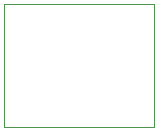
<source format=gbr>
G04 #@! TF.GenerationSoftware,KiCad,Pcbnew,(5.1.5-0-10_14)*
G04 #@! TF.CreationDate,2020-08-05T22:29:28-06:00*
G04 #@! TF.ProjectId,LD56100,4c443536-3130-4302-9e6b-696361645f70,rev?*
G04 #@! TF.SameCoordinates,Original*
G04 #@! TF.FileFunction,Profile,NP*
%FSLAX46Y46*%
G04 Gerber Fmt 4.6, Leading zero omitted, Abs format (unit mm)*
G04 Created by KiCad (PCBNEW (5.1.5-0-10_14)) date 2020-08-05 22:29:28*
%MOMM*%
%LPD*%
G04 APERTURE LIST*
%ADD10C,0.050000*%
G04 APERTURE END LIST*
D10*
X151130000Y-83566000D02*
X151130000Y-93980000D01*
X138430000Y-83566000D02*
X151130000Y-83566000D01*
X138430000Y-93980000D02*
X138430000Y-83566000D01*
X151130000Y-93980000D02*
X138430000Y-93980000D01*
M02*

</source>
